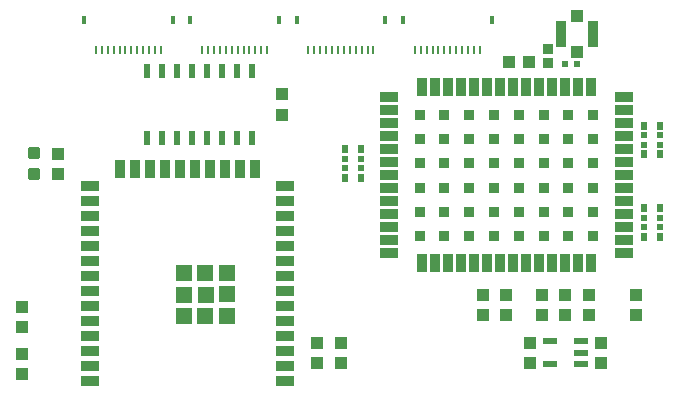
<source format=gtp>
G04 EAGLE Gerber RS-274X export*
G75*
%MOMM*%
%FSLAX34Y34*%
%LPD*%
%INSolderpaste Top*%
%IPPOS*%
%AMOC8*
5,1,8,0,0,1.08239X$1,22.5*%
G01*
%ADD10C,0.300000*%
%ADD11R,1.000000X1.100000*%
%ADD12R,0.900000X0.850000*%
%ADD13R,1.100000X1.000000*%
%ADD14R,0.600000X0.600000*%
%ADD15R,0.850000X1.520000*%
%ADD16R,1.520000X0.850000*%
%ADD17R,0.900000X0.900000*%
%ADD18R,0.550000X0.800000*%
%ADD19R,0.550000X0.500000*%
%ADD20R,0.850000X2.200000*%
%ADD21R,1.000000X1.050000*%
%ADD22R,0.600000X1.200000*%
%ADD23R,0.400000X0.800000*%
%ADD24R,0.250000X0.650000*%
%ADD25R,1.200000X0.550000*%
%ADD26R,1.500000X0.900000*%
%ADD27R,0.900000X1.500000*%
%ADD28R,1.330000X1.330000*%


D10*
X36500Y254730D02*
X43500Y254730D01*
X43500Y247730D01*
X36500Y247730D01*
X36500Y254730D01*
X36500Y250580D02*
X43500Y250580D01*
X43500Y253430D02*
X36500Y253430D01*
X36500Y272270D02*
X43500Y272270D01*
X43500Y265270D01*
X36500Y265270D01*
X36500Y272270D01*
X36500Y268120D02*
X43500Y268120D01*
X43500Y270970D02*
X36500Y270970D01*
D11*
X60000Y268500D03*
X60000Y251500D03*
X510000Y131500D03*
X510000Y148500D03*
X490000Y131500D03*
X490000Y148500D03*
D12*
X475000Y345200D03*
X475000Y356800D03*
D13*
X459500Y346000D03*
X442500Y346000D03*
D11*
X470000Y131500D03*
X470000Y148500D03*
D14*
X500000Y344000D03*
X490000Y344000D03*
D15*
X511500Y324500D03*
X500500Y324500D03*
X489500Y324500D03*
X478500Y324500D03*
X467500Y324500D03*
X456500Y324500D03*
X445500Y324500D03*
X434500Y324500D03*
X423500Y324500D03*
X412500Y324500D03*
X401500Y324500D03*
X390500Y324500D03*
X379500Y324500D03*
X368500Y324500D03*
D16*
X340500Y316000D03*
X340500Y305000D03*
X340500Y294000D03*
X340500Y283000D03*
X340500Y272000D03*
X340500Y261000D03*
X340500Y250000D03*
X340500Y239000D03*
X340500Y228000D03*
X340500Y217000D03*
X340500Y206000D03*
X340500Y195000D03*
X340500Y184000D03*
D15*
X368500Y175500D03*
X379500Y175500D03*
X390500Y175500D03*
X401500Y175500D03*
X412500Y175500D03*
X423500Y175500D03*
X434500Y175500D03*
X445500Y175500D03*
X456500Y175500D03*
X467500Y175500D03*
X478500Y175500D03*
X489500Y175500D03*
X500500Y175500D03*
X511500Y175500D03*
D16*
X539500Y184000D03*
X539500Y195000D03*
X539500Y206000D03*
X539500Y217000D03*
X539500Y228000D03*
X539500Y239000D03*
X539500Y250000D03*
X539500Y261000D03*
X539500Y272000D03*
X539500Y283000D03*
X539500Y294000D03*
X539500Y305000D03*
X539500Y316000D03*
D17*
X450500Y239500D03*
X471500Y239500D03*
X492500Y239500D03*
X513500Y239500D03*
X450500Y219000D03*
X471500Y219000D03*
X492500Y219000D03*
X513500Y219000D03*
X450500Y198500D03*
X471500Y198500D03*
X492500Y198500D03*
X513500Y198500D03*
X450500Y301500D03*
X471500Y301500D03*
X492500Y301500D03*
X513500Y301500D03*
X450500Y281000D03*
X471500Y281000D03*
X492500Y281000D03*
X513500Y281000D03*
X450500Y260500D03*
X471500Y260500D03*
X492500Y260500D03*
X513500Y260500D03*
X366500Y239500D03*
X387500Y239500D03*
X408500Y239500D03*
X429500Y239500D03*
X366500Y219000D03*
X387500Y219000D03*
X408500Y219000D03*
X429500Y219000D03*
X366500Y198500D03*
X387500Y198500D03*
X408500Y198500D03*
X429500Y198500D03*
X366500Y301500D03*
X387500Y301500D03*
X408500Y301500D03*
X429500Y301500D03*
X366500Y281000D03*
X387500Y281000D03*
X408500Y281000D03*
X429500Y281000D03*
X366500Y260500D03*
X387500Y260500D03*
X408500Y260500D03*
X429500Y260500D03*
D11*
X420000Y148500D03*
X420000Y131500D03*
X440000Y131500D03*
X440000Y148500D03*
D18*
X556800Y222000D03*
D19*
X556800Y214000D03*
X556800Y206000D03*
D18*
X556800Y198000D03*
X569800Y198000D03*
D19*
X569800Y206000D03*
X569800Y214000D03*
D18*
X569800Y222000D03*
X556800Y292000D03*
D19*
X556800Y284000D03*
X556800Y276000D03*
D18*
X556800Y268000D03*
X569800Y268000D03*
D19*
X569800Y276000D03*
X569800Y284000D03*
D18*
X569800Y292000D03*
D11*
X550000Y148500D03*
X550000Y131500D03*
X300000Y91500D03*
X300000Y108500D03*
X280000Y91500D03*
X280000Y108500D03*
D18*
X303800Y272000D03*
D19*
X303800Y264000D03*
X303800Y256000D03*
D18*
X303800Y248000D03*
X316800Y248000D03*
D19*
X316800Y256000D03*
X316800Y264000D03*
D18*
X316800Y272000D03*
D11*
X520000Y91500D03*
X520000Y108500D03*
X460000Y108500D03*
X460000Y91500D03*
D20*
X513750Y370000D03*
X486250Y370000D03*
D21*
X500000Y354750D03*
X500000Y385250D03*
D22*
X224450Y338000D03*
X211750Y338000D03*
X199050Y338000D03*
X186350Y338000D03*
X173650Y338000D03*
X160950Y338000D03*
X148250Y338000D03*
X135550Y338000D03*
X135550Y282000D03*
X148250Y282000D03*
X160950Y282000D03*
X173650Y282000D03*
X186350Y282000D03*
X199050Y282000D03*
X211750Y282000D03*
X224450Y282000D03*
D11*
X250100Y301500D03*
X250100Y318500D03*
D23*
X157500Y381500D03*
D24*
X147500Y356500D03*
X142500Y356500D03*
D23*
X82500Y381500D03*
D24*
X137500Y356500D03*
X132500Y356500D03*
X127500Y356500D03*
X122500Y356500D03*
X117500Y356500D03*
X112500Y356500D03*
X107500Y356500D03*
X102500Y356500D03*
X97500Y356500D03*
X92500Y356500D03*
D23*
X247500Y381500D03*
D24*
X237500Y356500D03*
X232500Y356500D03*
D23*
X172500Y381500D03*
D24*
X227500Y356500D03*
X222500Y356500D03*
X217500Y356500D03*
X212500Y356500D03*
X207500Y356500D03*
X202500Y356500D03*
X197500Y356500D03*
X192500Y356500D03*
X187500Y356500D03*
X182500Y356500D03*
D25*
X503001Y90500D03*
X503001Y100000D03*
X503001Y109500D03*
X476999Y109500D03*
X476999Y90500D03*
D23*
X427500Y381500D03*
D24*
X417500Y356500D03*
X412500Y356500D03*
D23*
X352500Y381500D03*
D24*
X407500Y356500D03*
X402500Y356500D03*
X397500Y356500D03*
X392500Y356500D03*
X387500Y356500D03*
X382500Y356500D03*
X377500Y356500D03*
X372500Y356500D03*
X367500Y356500D03*
X362500Y356500D03*
D26*
X252380Y75700D03*
X252380Y88400D03*
X252380Y101100D03*
X252380Y113800D03*
X252380Y126500D03*
X252380Y139200D03*
X252380Y151900D03*
X252380Y164600D03*
X252380Y177300D03*
X252380Y190000D03*
X252380Y202700D03*
X252380Y215400D03*
X252380Y228100D03*
X252380Y240800D03*
D27*
X227150Y255700D03*
X214450Y255700D03*
X201750Y255700D03*
X189050Y255700D03*
X176350Y255700D03*
X163650Y255700D03*
X150950Y255700D03*
X138250Y255700D03*
X125550Y255700D03*
X112850Y255700D03*
D26*
X87620Y240800D03*
X87620Y228100D03*
X87620Y215400D03*
X87620Y202700D03*
X87620Y190000D03*
X87620Y177300D03*
X87620Y164600D03*
X87620Y151900D03*
X87620Y139200D03*
X87620Y126500D03*
X87620Y113800D03*
X87620Y101100D03*
X87620Y88400D03*
X87620Y75700D03*
D28*
X185310Y149120D03*
X166860Y130910D03*
X185160Y130910D03*
X203460Y130910D03*
X203460Y149210D03*
X166760Y148910D03*
X166860Y167510D03*
X185160Y167610D03*
X203460Y167510D03*
D11*
X30000Y81500D03*
X30000Y98500D03*
X30000Y121500D03*
X30000Y138500D03*
D23*
X337500Y381500D03*
D24*
X327500Y356500D03*
X322500Y356500D03*
D23*
X262500Y381500D03*
D24*
X317500Y356500D03*
X312500Y356500D03*
X307500Y356500D03*
X302500Y356500D03*
X297500Y356500D03*
X292500Y356500D03*
X287500Y356500D03*
X282500Y356500D03*
X277500Y356500D03*
X272500Y356500D03*
M02*

</source>
